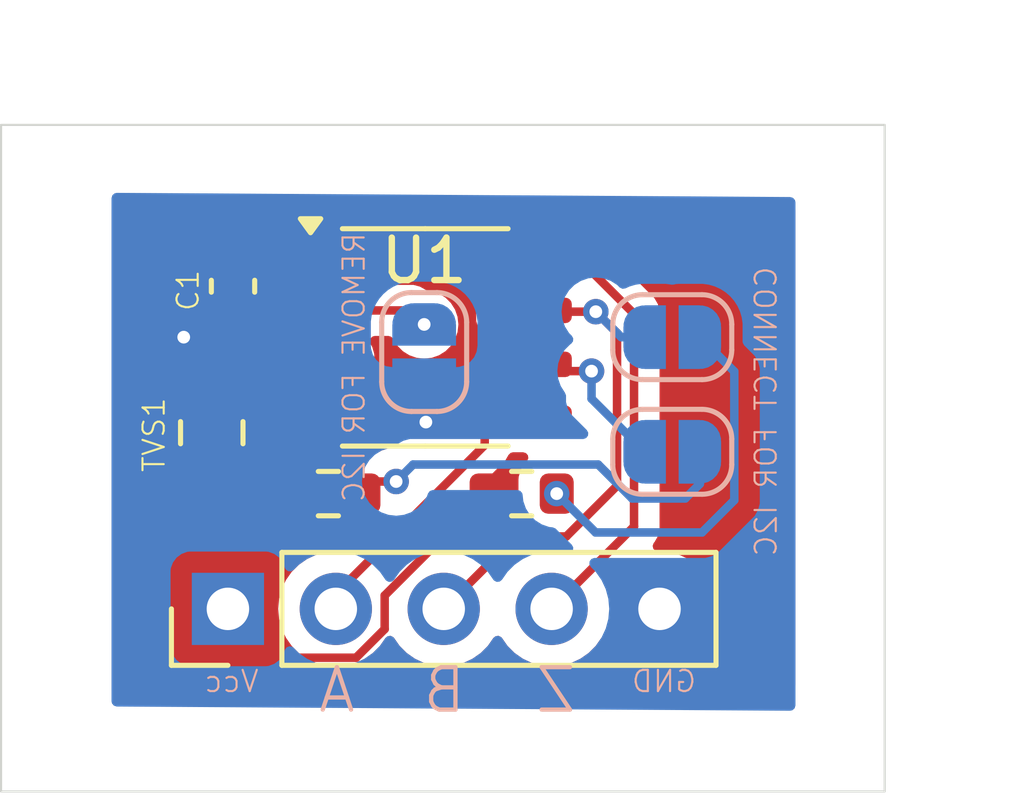
<source format=kicad_pcb>
(kicad_pcb (version 20240108) (generator "pcbnew") (generator_version "8.0")
  (layers (0 "F.Cu" signal) (1 "In1.Cu" signal) (2 "In2.Cu" signal) (31 "B.Cu" signal) (34 "B.Paste" user) (35 "F.Paste" user) (36 "B.SilkS" user "B.Silkscreen") (37 "F.SilkS" user "F.Silkscreen") (38 "B.Mask" user) (39 "F.Mask" user) (44 "Edge.Cuts" user))
  (net 0 "")
  (net 1 "Vcc")
  (net 2 "GND")
  (net 3 "ENC_A")
  (net 4 "ENC_B")
  (net 5 "MODE")
  (net 6 "/OUT")
  (net 8 "Net-(JP1-A)")
  (net 9 "Net-(JP2-A)")
  (net 10 "ENC_Z")
  (footprint "Capacitor_SMD:C_0805_2012Metric" (layer "F.Cu") (at 18.8 21.3 90)
    (property "Reference" "TVS1" (at -0.05 -1.36 90) (layer "F.SilkS") (effects (font (size 0.5 0.5) (thickness 0.05))))
    (property "Value" "SMFJ6.0A / SMFJ6.0CA")
    (fp_line (start -0.261252 -0.735) (end 0.261252 -0.735) (stroke (width 0.12)) (layer "F.SilkS"))
    (fp_line (start -0.261252 0.735) (end 0.261252 0.735) (stroke (width 0.12)) (layer "F.SilkS"))
    (pad "1" smd roundrect (at -0.95 0 90) (size 1 1.45) (layers "F.Cu" "F.Paste" "F.Mask") (net 1 "Vcc"))
    (pad "2" smd roundrect (at 0.95 0 90) (size 1 1.45) (layers "F.Cu" "F.Paste" "F.Mask") (net 2 "GND"))
  )
  (footprint "Capacitor_SMD:C_0603_1608Metric" (layer "F.Cu") (at 19.3 17.85 -90)
    (property "Reference" "C1" (at 0.1 1.06 -90) (layer "F.SilkS") (effects (font (size 0.5 0.5) (thickness 0.05))))
    (property "Value" "C_Small")
    (fp_line (start -0.14058 0.51) (end 0.14058 0.51) (stroke (width 0.12)) (layer "F.SilkS"))
    (fp_line (start -0.14058 -0.51) (end 0.14058 -0.51) (stroke (width 0.12)) (layer "F.SilkS"))
    (pad "1" smd roundrect (at -0.775 0 270) (size 0.9 0.95) (layers "F.Cu" "F.Paste" "F.Mask") (net 1 "Vcc"))
    (pad "2" smd roundrect (at 0.775 0 270) (size 0.9 0.95) (layers "F.Cu" "F.Paste" "F.Mask") (net 2 "GND"))
  )
  (footprint "Resistor_SMD:R_0603_1608Metric" (layer "F.Cu") (at 21.545 22.735 180)
    (property "Reference" "R1" (hide yes))
    (property "Value" "R")
    (fp_line (start -0.237258 0.5225) (end 0.237258 0.5225) (stroke (width 0.12)) (layer "F.SilkS"))
    (fp_line (start -0.237258 -0.5225) (end 0.237258 -0.5225) (stroke (width 0.12)) (layer "F.SilkS"))
    (pad "1" smd roundrect (at -0.825 0 180) (size 0.8 0.95) (layers "F.Cu" "F.Paste" "F.Mask") (net 8 "Net-(JP1-A)"))
    (pad "2" smd roundrect (at 0.825 0 180) (size 0.8 0.95) (layers "F.Cu" "F.Paste" "F.Mask") (net 1 "Vcc"))
  )
  (footprint "Resistor_SMD:R_0603_1608Metric" (layer "F.Cu") (at 26.095 22.735 180)
    (property "Reference" "R2" (hide yes))
    (property "Value" "R")
    (fp_line (start -0.237258 0.5225) (end 0.237258 0.5225) (stroke (width 0.12)) (layer "F.SilkS"))
    (fp_line (start -0.237258 -0.5225) (end 0.237258 -0.5225) (stroke (width 0.12)) (layer "F.SilkS"))
    (pad "1" smd roundrect (at -0.825 0 180) (size 0.8 0.95) (layers "F.Cu" "F.Paste" "F.Mask") (net 9 "Net-(JP2-A)"))
    (pad "2" smd roundrect (at 0.825 0 180) (size 0.8 0.95) (layers "F.Cu" "F.Paste" "F.Mask") (net 1 "Vcc"))
  )
  (footprint "Package_SO:SO-8_3.9x4.9mm_P1.27mm" (layer "F.Cu") (at 23.825 19.055)
    (property "Reference" "U1" (at -0.025 -1.805 0) (layer "F.SilkS"))
    (property "Value" "MT6701CT")
    (fp_line (start 0 -2.56) (end -1.95 -2.56) (stroke (width 0.12)) (layer "F.SilkS"))
    (fp_line (start 0 -2.56) (end 1.95 -2.56) (stroke (width 0.12)) (layer "F.SilkS"))
    (fp_line (start 0 2.56) (end -1.95 2.56) (stroke (width 0.12)) (layer "F.SilkS"))
    (fp_line (start 0 2.56) (end 1.95 2.56) (stroke (width 0.12)) (layer "F.SilkS"))
    (fp_poly (pts (xy -2.7 -2.465) (xy -2.94 -2.795) (xy -2.46 -2.795) (xy -2.7 -2.465)) (stroke (width 0.12)) (fill solid) (layer "F.SilkS"))
    (pad "1" smd roundrect (at -2.575 -1.905) (size 1.75 0.6) (layers "F.Cu" "F.Paste" "F.Mask") (net 1 "Vcc"))
    (pad "2" smd roundrect (at -2.575 -0.635) (size 1.75 0.6) (layers "F.Cu" "F.Paste" "F.Mask") (net 5 "MODE"))
    (pad "3" smd roundrect (at -2.575 0.635) (size 1.75 0.6) (layers "F.Cu" "F.Paste" "F.Mask") (net 6 "/OUT"))
    (pad "4" smd roundrect (at -2.575 1.905) (size 1.75 0.6) (layers "F.Cu" "F.Paste" "F.Mask") (net 2 "GND"))
    (pad "5" smd roundrect (at 2.575 1.905) (size 1.75 0.6) (layers "F.Cu" "F.Paste" "F.Mask"))
    (pad "6" smd roundrect (at 2.575 0.635) (size 1.75 0.6) (layers "F.Cu" "F.Paste" "F.Mask") (net 3 "ENC_A"))
    (pad "7" smd roundrect (at 2.575 -0.635) (size 1.75 0.6) (layers "F.Cu" "F.Paste" "F.Mask") (net 4 "ENC_B"))
    (pad "8" smd roundrect (at 2.575 -1.905) (size 1.75 0.6) (layers "F.Cu" "F.Paste" "F.Mask") (net 10 "ENC_Z"))
  )
  (footprint "Connector_PinHeader_2.54mm:PinHeader_1x05_P2.54mm_Vertical" (layer "F.Cu") (at 19.18 25.45 90)
    (property "Reference" "J5" (hide yes))
    (property "Value" "Conn_01x05")
    (fp_line (start -1.33 -1.33) (end 0 -1.33) (stroke (width 0.12)) (layer "F.SilkS"))
    (fp_line (start -1.33 0) (end -1.33 -1.33) (stroke (width 0.12)) (layer "F.SilkS"))
    (fp_line (start 1.33 1.27) (end 1.33 11.49) (stroke (width 0.12)) (layer "F.SilkS"))
    (fp_line (start -1.33 1.27) (end 1.33 1.27) (stroke (width 0.12)) (layer "F.SilkS"))
    (fp_line (start -1.33 1.27) (end -1.33 11.49) (stroke (width 0.12)) (layer "F.SilkS"))
    (fp_line (start -1.33 11.49) (end 1.33 11.49) (stroke (width 0.12)) (layer "F.SilkS"))
    (pad "1" thru_hole rect (at 0 0 90) (size 1.7 1.7) (drill 1) (layers "*.Cu" "*.Mask") (net 1 "Vcc"))
    (pad "2" thru_hole oval (at 0 2.54 90) (size 1.7 1.7) (drill 1) (layers "*.Cu" "*.Mask") (net 3 "ENC_A"))
    (pad "3" thru_hole oval (at 0 5.08 90) (size 1.7 1.7) (drill 1) (layers "*.Cu" "*.Mask") (net 4 "ENC_B"))
    (pad "4" thru_hole oval (at 0 7.62 90) (size 1.7 1.7) (drill 1) (layers "*.Cu" "*.Mask") (net 10 "ENC_Z"))
    (pad "5" thru_hole oval (at 0 10.16 90) (size 1.7 1.7) (drill 1) (layers "*.Cu" "*.Mask") (net 2 "GND"))
  )
  (footprint "Jumper:SolderJumper-2_P1.3mm_Open_RoundedPad1.0x1.5mm" (layer "B.Cu") (at 23.8 19.4 -90)
    (property "Reference" "JP3" (hide yes))
    (property "Value" "SolderJumper_2_Open")
    (fp_line (start 0.7 1) (end -0.7 1) (stroke (width 0.12)) (layer "B.SilkS"))
    (fp_line (start -1.4 0.3) (end -1.4 -0.3) (stroke (width 0.12)) (layer "B.SilkS"))
    (fp_line (start 1.4 -0.3) (end 1.4 0.3) (stroke (width 0.12)) (layer "B.SilkS"))
    (fp_line (start -0.7 -1) (end 0.7 -1) (stroke (width 0.12)) (layer "B.SilkS"))
    (fp_arc (start -0.7 1) (mid -1.194975 0.794975) (end -1.4 0.3) (stroke (width 0.12)) (layer "B.SilkS"))
    (fp_arc (start 1.4 0.3) (mid 1.194975 0.794975) (end 0.7 1) (stroke (width 0.12)) (layer "B.SilkS"))
    (fp_arc (start -1.4 -0.3) (mid -1.194975 -0.794975) (end -0.7 -1) (stroke (width 0.12)) (layer "B.SilkS"))
    (fp_arc (start 0.7 -1) (mid 1.194975 -0.794975) (end 1.4 -0.3) (stroke (width 0.12)) (layer "B.SilkS"))
    (pad "1" smd custom (at -0.65 0 270) (size 1 0.5) (layers "B.Cu" "B.Mask") (net 5 "MODE") (options (clearance outline) (anchor rect)) (primitives (gr_circle (center 0 -0.25) (end 0.5 -0.25) (width 0) (fill yes)) (gr_circle (center 0 0.25) (end 0.5 0.25) (width 0) (fill yes)) (gr_poly (pts (xy 0.5 -0.75) (xy 0 -0.75) (xy 0 0.75) (xy 0.5 0.75)) (width 0) (fill yes))))
    (pad "2" smd custom (at 0.65 0 270) (size 1 0.5) (layers "B.Cu" "B.Mask") (net 2 "GND") (options (clearance outline) (anchor rect)) (primitives (gr_circle (center 0 -0.25) (end 0.5 -0.25) (width 0) (fill yes)) (gr_circle (center 0 0.25) (end 0.5 0.25) (width 0) (fill yes)) (gr_poly (pts (xy 0 -0.75) (xy -0.5 -0.75) (xy -0.5 0.75) (xy 0 0.75)) (width 0) (fill yes))))
  )
  (footprint "Jumper:SolderJumper-2_P1.3mm_Open_RoundedPad1.0x1.5mm" (layer "B.Cu") (at 29.64 21.75 180)
    (property "Reference" "JP1" (hide yes))
    (property "Value" "SolderJumper_2_Open")
    (fp_line (start 1.4 -0.3) (end 1.4 0.3) (stroke (width 0.12)) (layer "B.SilkS"))
    (fp_line (start 0.7 1) (end -0.7 1) (stroke (width 0.12)) (layer "B.SilkS"))
    (fp_line (start -0.7 -1) (end 0.7 -1) (stroke (width 0.12)) (layer "B.SilkS"))
    (fp_line (start -1.4 0.3) (end -1.4 -0.3) (stroke (width 0.12)) (layer "B.SilkS"))
    (fp_arc (start 1.4 0.3) (mid 1.194975 0.794975) (end 0.7 1) (stroke (width 0.12)) (layer "B.SilkS"))
    (fp_arc (start 0.7 -1) (mid 1.194975 -0.794975) (end 1.4 -0.3) (stroke (width 0.12)) (layer "B.SilkS"))
    (fp_arc (start -0.7 1) (mid -1.194975 0.794975) (end -1.4 0.3) (stroke (width 0.12)) (layer "B.SilkS"))
    (fp_arc (start -1.4 -0.3) (mid -1.194975 -0.794975) (end -0.7 -1) (stroke (width 0.12)) (layer "B.SilkS"))
    (pad "1" smd custom (at -0.65 0 180) (size 1 0.5) (layers "B.Cu" "B.Mask") (net 8 "Net-(JP1-A)") (options (clearance outline) (anchor rect)) (primitives (gr_circle (center 0 -0.25) (end 0.5 -0.25) (width 0) (fill yes)) (gr_circle (center 0 0.25) (end 0.5 0.25) (width 0) (fill yes)) (gr_poly (pts (xy 0.5 -0.75) (xy 0 -0.75) (xy 0 0.75) (xy 0.5 0.75)) (width 0) (fill yes))))
    (pad "2" smd custom (at 0.65 0 180) (size 1 0.5) (layers "B.Cu" "B.Mask") (net 3 "ENC_A") (options (clearance outline) (anchor rect)) (primitives (gr_circle (center 0 -0.25) (end 0.5 -0.25) (width 0) (fill yes)) (gr_circle (center 0 0.25) (end 0.5 0.25) (width 0) (fill yes)) (gr_poly (pts (xy 0 -0.75) (xy -0.5 -0.75) (xy -0.5 0.75) (xy 0 0.75)) (width 0) (fill yes))))
  )
  (footprint "Jumper:SolderJumper-2_P1.3mm_Open_RoundedPad1.0x1.5mm" (layer "B.Cu") (at 29.64 19.05 180)
    (property "Reference" "JP2" (hide yes))
    (property "Value" "SolderJumper_2_Open")
    (fp_line (start 1.4 -0.3) (end 1.4 0.3) (stroke (width 0.12)) (layer "B.SilkS"))
    (fp_line (start 0.7 1) (end -0.7 1) (stroke (width 0.12)) (layer "B.SilkS"))
    (fp_line (start -0.7 -1) (end 0.7 -1) (stroke (width 0.12)) (layer "B.SilkS"))
    (fp_line (start -1.4 0.3) (end -1.4 -0.3) (stroke (width 0.12)) (layer "B.SilkS"))
    (fp_arc (start 1.4 0.3) (mid 1.194975 0.794975) (end 0.7 1) (stroke (width 0.12)) (layer "B.SilkS"))
    (fp_arc (start 0.7 -1) (mid 1.194975 -0.794975) (end 1.4 -0.3) (stroke (width 0.12)) (layer "B.SilkS"))
    (fp_arc (start -0.7 1) (mid -1.194975 0.794975) (end -1.4 0.3) (stroke (width 0.12)) (layer "B.SilkS"))
    (fp_arc (start -1.4 -0.3) (mid -1.194975 -0.794975) (end -0.7 -1) (stroke (width 0.12)) (layer "B.SilkS"))
    (pad "1" smd custom (at -0.65 0 180) (size 1 0.5) (layers "B.Cu" "B.Mask") (net 9 "Net-(JP2-A)") (options (clearance outline) (anchor rect)) (primitives (gr_circle (center 0 -0.25) (end 0.5 -0.25) (width 0) (fill yes)) (gr_circle (center 0 0.25) (end 0.5 0.25) (width 0) (fill yes)) (gr_poly (pts (xy 0.5 -0.75) (xy 0 -0.75) (xy 0 0.75) (xy 0.5 0.75)) (width 0) (fill yes))))
    (pad "2" smd custom (at 0.65 0 180) (size 1 0.5) (layers "B.Cu" "B.Mask") (net 4 "ENC_B") (options (clearance outline) (anchor rect)) (primitives (gr_circle (center 0 -0.25) (end 0.5 -0.25) (width 0) (fill yes)) (gr_circle (center 0 0.25) (end 0.5 0.25) (width 0) (fill yes)) (gr_poly (pts (xy 0 -0.75) (xy -0.5 -0.75) (xy -0.5 0.75) (xy 0 0.75)) (width 0) (fill yes))))
  )
  (gr_rect (start 13.84 14.05) (end 34.64 29.75) (stroke (width 0.05)) (fill none) (layer "Edge.Cuts"))
  (gr_text "GND" (at 30.24 27.45 0) (layer "B.SilkS") (effects (font (size 0.5 0.5) (thickness 0.05)) (justify left bottom mirror)))
  (gr_text "Vcc" (at 19.94 27.45 0) (layer "B.SilkS") (effects (font (size 0.5 0.5) (thickness 0.05)) (justify left bottom mirror)))
  (gr_text "REMOVE FOR I2C" (at 22.44 16.55 90) (layer "B.SilkS") (effects (font (size 0.5 0.5) (thickness 0.05)) (justify left bottom mirror)))
  (gr_text "B" (at 24.84 27.95 0) (layer "B.SilkS") (effects (font (size 1 1) (thickness 0.1)) (justify left bottom mirror)))
  (gr_text "CONNECT FOR I2C" (at 32.14 17.35 90) (layer "B.SilkS") (effects (font (size 0.5 0.5) (thickness 0.05)) (justify left bottom mirror)))
  (gr_text "Z" (at 27.44 27.95 0) (layer "B.SilkS") (effects (font (size 1 1) (thickness 0.1)) (justify left bottom mirror)))
  (gr_text "A" (at 22.24 27.95 0) (layer "B.SilkS") (effects (font (size 1 1) (thickness 0.1)) (justify left bottom mirror)))
  (segment (start 22.196346 26.6) (end 22.87 25.926346) (width 0.2) (layer "F.Cu") (net 1))
  (segment (start 18.215 17.075) (end 18.14 17.15) (width 0.2) (layer "F.Cu") (net 1))
  (segment (start 22.87 25.135) (end 25.27 22.735) (width 0.2) (layer "F.Cu") (net 1))
  (segment (start 19.3 17.075) (end 18.215 17.075) (width 0.2) (layer "F.Cu") (net 1))
  (segment (start 22.87 25.926346) (end 22.87 25.135) (width 0.2) (layer "F.Cu") (net 1))
  (segment (start 21.25 17.15) (end 19.375 17.15) (width 0.2) (layer "F.Cu") (net 1))
  (segment (start 19.375 17.15) (end 19.3 17.075) (width 0.2) (layer "F.Cu") (net 1))
  (segment (start 19.3 17.075) (end 19.3 16.21) (width 0.2) (layer "F.Cu") (net 1))
  (segment (start 20.33 26.6) (end 22.196346 26.6) (width 0.2) (layer "F.Cu") (net 1))
  (segment (start 19.18 25.45) (end 20.33 26.6) (width 0.2) (layer "F.Cu") (net 1))
  (segment (start 19.3 16.21) (end 19.24 16.15) (width 0.2) (layer "F.Cu") (net 1))
  (segment (start 19.3 18.625) (end 19.3 19.85) (width 0.2) (layer "F.Cu") (net 2))
  (segment (start 18.8 20.35) (end 18.8 19.71) (width 0.2) (layer "F.Cu") (net 2))
  (segment (start 21.25 20.96) (end 19.41 20.96) (width 0.2) (layer "F.Cu") (net 2))
  (segment (start 19.3 19.85) (end 18.8 20.35) (width 0.2) (layer "F.Cu") (net 2))
  (segment (start 18.8 19.71) (end 18.14 19.05) (width 0.2) (layer "F.Cu") (net 2))
  (segment (start 19.41 20.96) (end 18.8 20.35) (width 0.2) (layer "F.Cu") (net 2))
  (via (at 18.14 19.05) (size 0.6) (drill 0.3) (layers "F.Cu" "B.Cu") (net 2))
  (via (at 23.84 21.05) (size 0.6) (drill 0.3) (layers "F.Cu" "B.Cu") (net 2))
  (segment (start 23.8 20.05) (end 23.8 21.01) (width 0.2) (layer "B.Cu") (net 2))
  (segment (start 23.8 21.01) (end 23.84 21.05) (width 0.2) (layer "B.Cu") (net 2))
  (segment (start 25.7 19.69) (end 26.4 19.69) (width 0.2) (layer "F.Cu") (net 3))
  (segment (start 25.225 20.165) (end 25.7 19.69) (width 0.2) (layer "F.Cu") (net 3))
  (segment (start 21.72 25.097352) (end 25.225 21.592352) (width 0.2) (layer "F.Cu") (net 3))
  (segment (start 26.56 19.85) (end 26.4 19.69) (width 0.2) (layer "F.Cu") (net 3))
  (segment (start 27.74 19.85) (end 26.56 19.85) (width 0.2) (layer "F.Cu") (net 3))
  (segment (start 25.225 21.592352) (end 25.225 20.165) (width 0.2) (layer "F.Cu") (net 3))
  (segment (start 21.72 25.45) (end 21.72 25.097352) (width 0.2) (layer "F.Cu") (net 3))
  (via (at 27.74 19.85) (size 0.6) (drill 0.3) (layers "F.Cu" "B.Cu") (net 3))
  (segment (start 27.74 20.5) (end 27.74 19.85) (width 0.2) (layer "B.Cu") (net 3))
  (segment (start 28.99 21.75) (end 27.74 20.5) (width 0.2) (layer "B.Cu") (net 3))
  (segment (start 25.965 23.745) (end 27.145 23.745) (width 0.2) (layer "F.Cu") (net 4))
  (segment (start 24.26 25.45) (end 25.965 23.745) (width 0.2) (layer "F.Cu") (net 4))
  (segment (start 26.43 18.45) (end 26.4 18.42) (width 0.2) (layer "F.Cu") (net 4))
  (segment (start 27.84 18.45) (end 26.43 18.45) (width 0.2) (layer "F.Cu") (net 4))
  (segment (start 28.34 18.95) (end 27.84 18.45) (width 0.2) (layer "F.Cu") (net 4))
  (segment (start 28.34 22.55) (end 28.34 18.95) (width 0.2) (layer "F.Cu") (net 4))
  (segment (start 27.145 23.745) (end 28.34 22.55) (width 0.2) (layer "F.Cu") (net 4))
  (via (at 27.84 18.45) (size 0.6) (drill 0.3) (layers "F.Cu" "B.Cu") (net 4))
  (segment (start 28.44 19.05) (end 27.84 18.45) (width 0.2) (layer "B.Cu") (net 4))
  (segment (start 28.99 19.05) (end 28.44 19.05) (width 0.2) (layer "B.Cu") (net 4))
  (segment (start 23.47 18.42) (end 23.8 18.75) (width 0.2) (layer "F.Cu") (net 5))
  (segment (start 21.25 18.42) (end 23.47 18.42) (width 0.2) (layer "F.Cu") (net 5))
  (via (at 23.8 18.75) (size 0.6) (drill 0.3) (layers "F.Cu" "B.Cu") (net 5))
  (segment (start 23.14 22.45) (end 22.655 22.45) (width 0.2) (layer "F.Cu") (net 8))
  (segment (start 22.655 22.45) (end 22.37 22.735) (width 0.2) (layer "F.Cu") (net 8))
  (via (at 23.14 22.45) (size 0.6) (drill 0.3) (layers "F.Cu" "B.Cu") (net 8))
  (segment (start 28.696123 22.85) (end 27.896123 22.05) (width 0.2) (layer "B.Cu") (net 8))
  (segment (start 30.29 22.505) (end 29.945 22.85) (width 0.2) (layer "B.Cu") (net 8))
  (segment (start 30.29 21.75) (end 30.29 22.505) (width 0.2) (layer "B.Cu") (net 8))
  (segment (start 29.945 22.85) (end 28.696123 22.85) (width 0.2) (layer "B.Cu") (net 8))
  (segment (start 23.54 22.05) (end 23.14 22.45) (width 0.2) (layer "B.Cu") (net 8))
  (segment (start 27.896123 22.05) (end 23.54 22.05) (width 0.2) (layer "B.Cu") (net 8))
  (via (at 26.92 22.735) (size 0.6) (drill 0.3) (layers "F.Cu" "B.Cu") (net 9))
  (segment (start 31.100091 19.860091) (end 31.100091 21.95) (width 0.2) (layer "B.Cu") (net 9))
  (segment (start 27.835 23.65) (end 26.92 22.735) (width 0.2) (layer "B.Cu") (net 9))
  (segment (start 31.100091 21.95) (end 31.100091 22.889909) (width 0.2) (layer "B.Cu") (net 9))
  (segment (start 30.29 19.05) (end 31.100091 19.860091) (width 0.2) (layer "B.Cu") (net 9))
  (segment (start 31.100091 22.889909) (end 30.34 23.65) (width 0.2) (layer "B.Cu") (net 9))
  (segment (start 27.035 22.85) (end 26.92 22.735) (width 0.2) (layer "B.Cu") (net 9))
  (segment (start 30.34 23.65) (end 27.835 23.65) (width 0.2) (layer "B.Cu") (net 9))
  (segment (start 27.388529 17.15) (end 28.74 18.501471) (width 0.2) (layer "F.Cu") (net 10))
  (segment (start 28.74 23.51) (end 26.8 25.45) (width 0.2) (layer "F.Cu") (net 10))
  (segment (start 28.74 18.501471) (end 28.74 23.51) (width 0.2) (layer "F.Cu") (net 10))
  (segment (start 26.4 17.15) (end 27.388529 17.15) (width 0.2) (layer "F.Cu") (net 10))
  (zone (net 1) (net_name "Vcc") (layer "F.Cu") (priority 1) (connect_pads yes (clearance 0.5)) (min_thickness 0.25) (fill yes (thermal_gap 0.5) (thermal_bridge_width 0.5))
    (polygon (pts (xy 16.44 15.95) (xy 16.44 27.45) (xy 32.54 27.35) (xy 32.54 15.95)))
  )
  (zone (net 0) (net_name "") (layer "F.Cu") (connect_pads (clearance 0)) (min_thickness 0.25)
    (keepout (tracks allowed) (vias allowed) (pads allowed) (copperpour not_allowed) (footprints allowed))
    (fill (thermal_gap 0.5) (thermal_bridge_width 0.5))
    (polygon (pts (xy 22.24 16.55) (xy 18.84 16.55) (xy 18.84 17.65) (xy 22.24 17.65)))
  )
  (zone (net 2) (net_name "GND") (layers "In1.Cu" "In2.Cu" "B.Cu") (connect_pads yes (clearance 0.5)) (min_thickness 0.25) (fill yes (thermal_gap 0.5) (thermal_bridge_width 0.5))
    (polygon (pts (xy 16.44 15.65) (xy 32.54 15.75) (xy 32.54 27.85) (xy 16.44 27.75)))
  )
)
</source>
